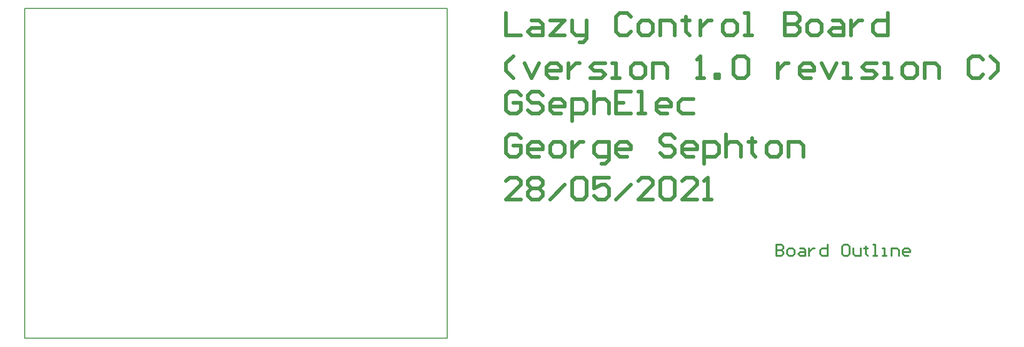
<source format=gm1>
G04 Layer_Color=16711935*
%FSLAX42Y42*%
%MOMM*%
G71*
G01*
G75*
%ADD27C,0.30*%
%ADD29C,0.20*%
%ADD30C,0.70*%
D27*
X13640Y1700D02*
Y1500D01*
X13740D01*
X13773Y1533D01*
Y1567D01*
X13740Y1600D01*
X13640D01*
X13740D01*
X13773Y1633D01*
Y1667D01*
X13740Y1700D01*
X13640D01*
X13873Y1500D02*
X13940D01*
X13973Y1533D01*
Y1600D01*
X13940Y1633D01*
X13873D01*
X13840Y1600D01*
Y1533D01*
X13873Y1500D01*
X14073Y1633D02*
X14140D01*
X14173Y1600D01*
Y1500D01*
X14073D01*
X14040Y1533D01*
X14073Y1567D01*
X14173D01*
X14240Y1633D02*
Y1500D01*
Y1567D01*
X14273Y1600D01*
X14306Y1633D01*
X14340D01*
X14573Y1700D02*
Y1500D01*
X14473D01*
X14440Y1533D01*
Y1600D01*
X14473Y1633D01*
X14573D01*
X14940Y1700D02*
X14873D01*
X14840Y1667D01*
Y1533D01*
X14873Y1500D01*
X14940D01*
X14973Y1533D01*
Y1667D01*
X14940Y1700D01*
X15040Y1633D02*
Y1533D01*
X15073Y1500D01*
X15173D01*
Y1633D01*
X15273Y1667D02*
Y1633D01*
X15239D01*
X15306D01*
X15273D01*
Y1533D01*
X15306Y1500D01*
X15406D02*
X15473D01*
X15439D01*
Y1700D01*
X15406D01*
X15573Y1500D02*
X15639D01*
X15606D01*
Y1633D01*
X15573D01*
X15739Y1500D02*
Y1633D01*
X15839D01*
X15873Y1600D01*
Y1500D01*
X16039D02*
X15973D01*
X15939Y1533D01*
Y1600D01*
X15973Y1633D01*
X16039D01*
X16073Y1600D01*
Y1567D01*
X15939D01*
D29*
X7665Y0D02*
Y6000D01*
X0D02*
X7665D01*
X0Y0D02*
Y6000D01*
Y0D02*
X7665D01*
Y6000D01*
X0D02*
X7665D01*
X0Y0D02*
Y6000D01*
Y0D02*
X7665D01*
D30*
X8735Y5916D02*
Y5516D01*
X9002D01*
X9202Y5782D02*
X9335D01*
X9401Y5716D01*
Y5516D01*
X9202D01*
X9135Y5582D01*
X9202Y5649D01*
X9401D01*
X9535Y5782D02*
X9801D01*
X9535Y5516D01*
X9801D01*
X9935Y5782D02*
Y5582D01*
X10001Y5516D01*
X10201D01*
Y5449D01*
X10135Y5383D01*
X10068D01*
X10201Y5516D02*
Y5782D01*
X11001Y5849D02*
X10934Y5916D01*
X10801D01*
X10734Y5849D01*
Y5582D01*
X10801Y5516D01*
X10934D01*
X11001Y5582D01*
X11201Y5516D02*
X11334D01*
X11401Y5582D01*
Y5716D01*
X11334Y5782D01*
X11201D01*
X11134Y5716D01*
Y5582D01*
X11201Y5516D01*
X11534D02*
Y5782D01*
X11734D01*
X11801Y5716D01*
Y5516D01*
X12001Y5849D02*
Y5782D01*
X11934D01*
X12067D01*
X12001D01*
Y5582D01*
X12067Y5516D01*
X12267Y5782D02*
Y5516D01*
Y5649D01*
X12334Y5716D01*
X12400Y5782D01*
X12467D01*
X12734Y5516D02*
X12867D01*
X12934Y5582D01*
Y5716D01*
X12867Y5782D01*
X12734D01*
X12667Y5716D01*
Y5582D01*
X12734Y5516D01*
X13067D02*
X13200D01*
X13134D01*
Y5916D01*
X13067D01*
X13800D02*
Y5516D01*
X14000D01*
X14067Y5582D01*
Y5649D01*
X14000Y5716D01*
X13800D01*
X14000D01*
X14067Y5782D01*
Y5849D01*
X14000Y5916D01*
X13800D01*
X14267Y5516D02*
X14400D01*
X14466Y5582D01*
Y5716D01*
X14400Y5782D01*
X14267D01*
X14200Y5716D01*
Y5582D01*
X14267Y5516D01*
X14666Y5782D02*
X14800D01*
X14866Y5716D01*
Y5516D01*
X14666D01*
X14600Y5582D01*
X14666Y5649D01*
X14866D01*
X15000Y5782D02*
Y5516D01*
Y5649D01*
X15066Y5716D01*
X15133Y5782D01*
X15200D01*
X15666Y5916D02*
Y5516D01*
X15466D01*
X15400Y5582D01*
Y5716D01*
X15466Y5782D01*
X15666D01*
X8868Y4735D02*
X8735Y4868D01*
Y5001D01*
X8868Y5135D01*
X9068Y5001D02*
X9202Y4735D01*
X9335Y5001D01*
X9668Y4735D02*
X9535D01*
X9468Y4801D01*
Y4935D01*
X9535Y5001D01*
X9668D01*
X9735Y4935D01*
Y4868D01*
X9468D01*
X9868Y5001D02*
Y4735D01*
Y4868D01*
X9935Y4935D01*
X10001Y5001D01*
X10068D01*
X10268Y4735D02*
X10468D01*
X10534Y4801D01*
X10468Y4868D01*
X10334D01*
X10268Y4935D01*
X10334Y5001D01*
X10534D01*
X10668Y4735D02*
X10801D01*
X10734D01*
Y5001D01*
X10668D01*
X11068Y4735D02*
X11201D01*
X11268Y4801D01*
Y4935D01*
X11201Y5001D01*
X11068D01*
X11001Y4935D01*
Y4801D01*
X11068Y4735D01*
X11401D02*
Y5001D01*
X11601D01*
X11667Y4935D01*
Y4735D01*
X12201D02*
X12334D01*
X12267D01*
Y5135D01*
X12201Y5068D01*
X12534Y4735D02*
Y4801D01*
X12600D01*
Y4735D01*
X12534D01*
X12867Y5068D02*
X12934Y5135D01*
X13067D01*
X13134Y5068D01*
Y4801D01*
X13067Y4735D01*
X12934D01*
X12867Y4801D01*
Y5068D01*
X13667Y5001D02*
Y4735D01*
Y4868D01*
X13733Y4935D01*
X13800Y5001D01*
X13867D01*
X14267Y4735D02*
X14133D01*
X14067Y4801D01*
Y4935D01*
X14133Y5001D01*
X14267D01*
X14333Y4935D01*
Y4868D01*
X14067D01*
X14466Y5001D02*
X14600Y4735D01*
X14733Y5001D01*
X14866Y4735D02*
X15000D01*
X14933D01*
Y5001D01*
X14866D01*
X15200Y4735D02*
X15400D01*
X15466Y4801D01*
X15400Y4868D01*
X15266D01*
X15200Y4935D01*
X15266Y5001D01*
X15466D01*
X15599Y4735D02*
X15733D01*
X15666D01*
Y5001D01*
X15599D01*
X15999Y4735D02*
X16133D01*
X16199Y4801D01*
Y4935D01*
X16133Y5001D01*
X15999D01*
X15933Y4935D01*
Y4801D01*
X15999Y4735D01*
X16333D02*
Y5001D01*
X16532D01*
X16599Y4935D01*
Y4735D01*
X17399Y5068D02*
X17332Y5135D01*
X17199D01*
X17132Y5068D01*
Y4801D01*
X17199Y4735D01*
X17332D01*
X17399Y4801D01*
X17532Y4735D02*
X17665Y4868D01*
Y5001D01*
X17532Y5135D01*
X9002Y4420D02*
X8935Y4487D01*
X8802D01*
X8735Y4420D01*
Y4153D01*
X8802Y4087D01*
X8935D01*
X9002Y4153D01*
Y4287D01*
X8868D01*
X9401Y4420D02*
X9335Y4487D01*
X9202D01*
X9135Y4420D01*
Y4353D01*
X9202Y4287D01*
X9335D01*
X9401Y4220D01*
Y4153D01*
X9335Y4087D01*
X9202D01*
X9135Y4153D01*
X9735Y4087D02*
X9601D01*
X9535Y4153D01*
Y4287D01*
X9601Y4353D01*
X9735D01*
X9801Y4287D01*
Y4220D01*
X9535D01*
X9935Y3954D02*
Y4353D01*
X10135D01*
X10201Y4287D01*
Y4153D01*
X10135Y4087D01*
X9935D01*
X10334Y4487D02*
Y4087D01*
Y4287D01*
X10401Y4353D01*
X10534D01*
X10601Y4287D01*
Y4087D01*
X11001Y4487D02*
X10734D01*
Y4087D01*
X11001D01*
X10734Y4287D02*
X10868D01*
X11134Y4087D02*
X11268D01*
X11201D01*
Y4487D01*
X11134D01*
X11667Y4087D02*
X11534D01*
X11467Y4153D01*
Y4287D01*
X11534Y4353D01*
X11667D01*
X11734Y4287D01*
Y4220D01*
X11467D01*
X12134Y4353D02*
X11934D01*
X11867Y4287D01*
Y4153D01*
X11934Y4087D01*
X12134D01*
X9002Y3639D02*
X8935Y3706D01*
X8802D01*
X8735Y3639D01*
Y3372D01*
X8802Y3306D01*
X8935D01*
X9002Y3372D01*
Y3506D01*
X8868D01*
X9335Y3306D02*
X9202D01*
X9135Y3372D01*
Y3506D01*
X9202Y3572D01*
X9335D01*
X9401Y3506D01*
Y3439D01*
X9135D01*
X9601Y3306D02*
X9735D01*
X9801Y3372D01*
Y3506D01*
X9735Y3572D01*
X9601D01*
X9535Y3506D01*
Y3372D01*
X9601Y3306D01*
X9935Y3572D02*
Y3306D01*
Y3439D01*
X10001Y3506D01*
X10068Y3572D01*
X10135D01*
X10468Y3172D02*
X10534D01*
X10601Y3239D01*
Y3572D01*
X10401D01*
X10334Y3506D01*
Y3372D01*
X10401Y3306D01*
X10601D01*
X10934D02*
X10801D01*
X10734Y3372D01*
Y3506D01*
X10801Y3572D01*
X10934D01*
X11001Y3506D01*
Y3439D01*
X10734D01*
X11801Y3639D02*
X11734Y3706D01*
X11601D01*
X11534Y3639D01*
Y3572D01*
X11601Y3506D01*
X11734D01*
X11801Y3439D01*
Y3372D01*
X11734Y3306D01*
X11601D01*
X11534Y3372D01*
X12134Y3306D02*
X12001D01*
X11934Y3372D01*
Y3506D01*
X12001Y3572D01*
X12134D01*
X12201Y3506D01*
Y3439D01*
X11934D01*
X12334Y3172D02*
Y3572D01*
X12534D01*
X12600Y3506D01*
Y3372D01*
X12534Y3306D01*
X12334D01*
X12734Y3706D02*
Y3306D01*
Y3506D01*
X12800Y3572D01*
X12934D01*
X13000Y3506D01*
Y3306D01*
X13200Y3639D02*
Y3572D01*
X13134D01*
X13267D01*
X13200D01*
Y3372D01*
X13267Y3306D01*
X13533D02*
X13667D01*
X13733Y3372D01*
Y3506D01*
X13667Y3572D01*
X13533D01*
X13467Y3506D01*
Y3372D01*
X13533Y3306D01*
X13867D02*
Y3572D01*
X14067D01*
X14133Y3506D01*
Y3306D01*
X9002Y2525D02*
X8735D01*
X9002Y2791D01*
Y2858D01*
X8935Y2924D01*
X8802D01*
X8735Y2858D01*
X9135D02*
X9202Y2924D01*
X9335D01*
X9401Y2858D01*
Y2791D01*
X9335Y2724D01*
X9401Y2658D01*
Y2591D01*
X9335Y2525D01*
X9202D01*
X9135Y2591D01*
Y2658D01*
X9202Y2724D01*
X9135Y2791D01*
Y2858D01*
X9202Y2724D02*
X9335D01*
X9535Y2525D02*
X9801Y2791D01*
X9935Y2858D02*
X10001Y2924D01*
X10135D01*
X10201Y2858D01*
Y2591D01*
X10135Y2525D01*
X10001D01*
X9935Y2591D01*
Y2858D01*
X10601Y2924D02*
X10334D01*
Y2724D01*
X10468Y2791D01*
X10534D01*
X10601Y2724D01*
Y2591D01*
X10534Y2525D01*
X10401D01*
X10334Y2591D01*
X10734Y2525D02*
X11001Y2791D01*
X11401Y2525D02*
X11134D01*
X11401Y2791D01*
Y2858D01*
X11334Y2924D01*
X11201D01*
X11134Y2858D01*
X11534D02*
X11601Y2924D01*
X11734D01*
X11801Y2858D01*
Y2591D01*
X11734Y2525D01*
X11601D01*
X11534Y2591D01*
Y2858D01*
X12201Y2525D02*
X11934D01*
X12201Y2791D01*
Y2858D01*
X12134Y2924D01*
X12001D01*
X11934Y2858D01*
X12334Y2525D02*
X12467D01*
X12400D01*
Y2924D01*
X12334Y2858D01*
M02*

</source>
